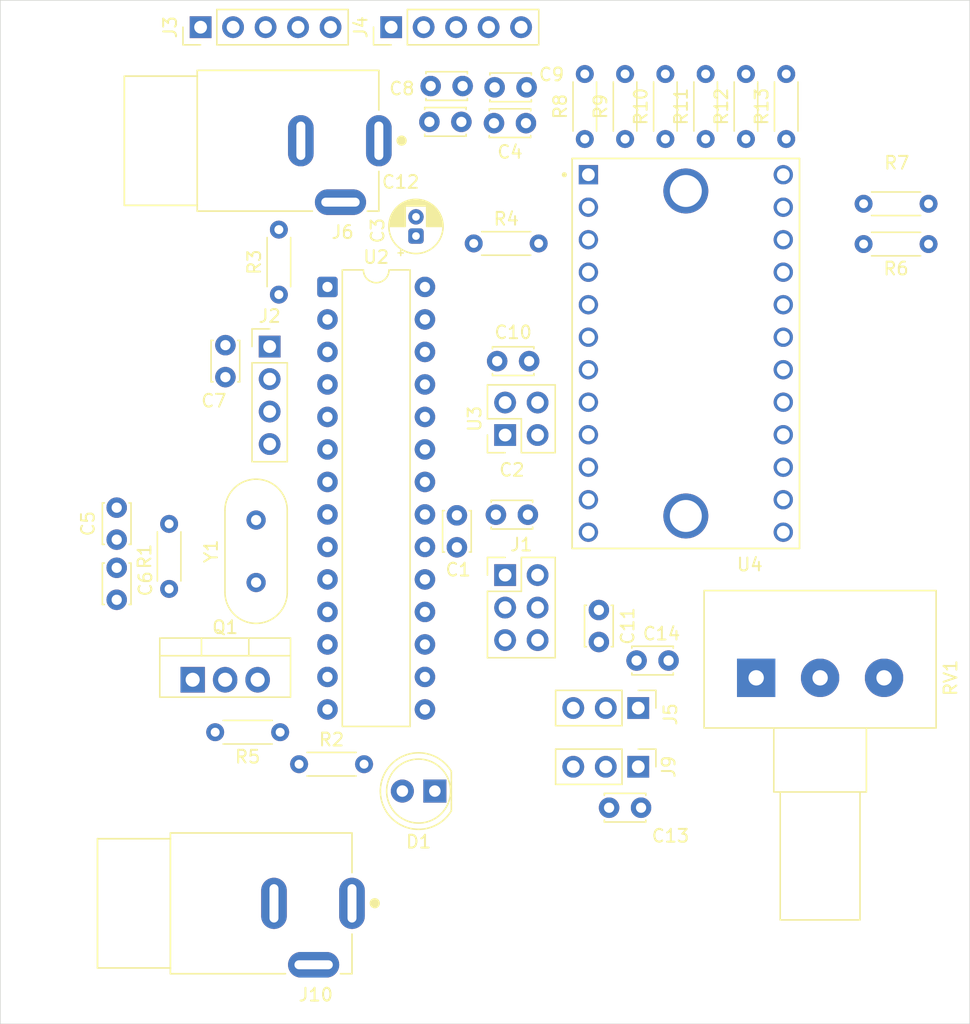
<source format=kicad_pcb>
(kicad_pcb (version 20241229) (generator "pcbnew") (generator_version "9.0")
  (layers (0 "F.Cu" signal) (2 "B.Cu" signal) (13 "F.Paste" user) (15 "B.Paste" user) (5 "F.SilkS" user "F.Silkscreen") (7 "B.SilkS" user "B.Silkscreen") (1 "F.Mask" user) (3 "B.Mask" user) (25 "Edge.Cuts" user))
  (net 0 "")
  (net 1 "ECHO")
  (net 2 "GND")
  (net 3 "Net-(U2-AREF)")
  (net 4 "TRIG")
  (net 5 "SCK")
  (net 7 "SIGNAL1")
  (net 8 "Net-(U2-~{RESET}{slash}PC6)")
  (net 9 "SIGNAL2")
  (net 11 "MOSI")
  (net 13 "Net-(U4-~{RESET})")
  (net 14 "MISO")
  (net 16 "Net-(Q1-D)")
  (net 18 "Net-(U2-XTAL2{slash}PB7)")
  (net 21 "Net-(U2-XTAL1{slash}PB6)")
  (net 23 "SCL")
  (net 24 "SDA")
  (net 26 "SDA1")
  (net 27 "SCL1")
  (net 28 "SDA2")
  (net 29 "SCL2")
  (net 30 "Net-(U2-PC0)")
  (net 31 "Net-(D1-A)")
  (net 32 "Net-(U2-PD6)")
  (net 42 "Net-(Q1-G)")
  (net 43 "SCL3")
  (net 44 "SDA3")
  (net 45 "+5V")
  (footprint "Connector_PinHeader_2.54mm:PinHeader_1x04_P2.54mm_Vertical" (layer "F.Cu") (at 140.66 86.26)
    (property "Reference" "J2" (at 0 -2.38 0) (layer "F.SilkS"))
    (property "Value" "HC-SRO4")
    (pad "1" thru_hole rect (at 0 0) (size 1.7 1.7) (drill 1) (layers "*.Cu" "*.Mask") (net 45 "+5V"))
    (pad "2" thru_hole circle (at 0 2.54) (size 1.7 1.7) (drill 1) (layers "*.Cu" "*.Mask") (net 2 "GND"))
    (pad "3" thru_hole circle (at 0 5.08) (size 1.7 1.7) (drill 1) (layers "*.Cu" "*.Mask") (net 4 "TRIG"))
    (pad "4" thru_hole circle (at 0 7.62) (size 1.7 1.7) (drill 1) (layers "*.Cu" "*.Mask") (net 1 "ECHO"))
  )
  (footprint "Package_DIP:DIP-28_W7.62mm" (layer "F.Cu") (at 145.18 81.6)
    (property "Reference" "U2" (at 3.81 -2.33 0) (layer "F.SilkS"))
    (property "Value" "ATmega328-P")
    (pad "1" thru_hole roundrect (at 0 0) (size 1.6 1.6) (drill 0.8) (layers "*.Cu" "*.Mask") (roundrect_rratio 0.15625) (net 8 "Net-(U2-~{RESET}{slash}PC6)"))
    (pad "2" thru_hole circle (at 0 2.54) (size 1.6 1.6) (drill 0.8) (layers "*.Cu" "*.Mask"))
    (pad "3" thru_hole circle (at 0 5.08) (size 1.6 1.6) (drill 0.8) (layers "*.Cu" "*.Mask"))
    (pad "4" thru_hole circle (at 0 7.62) (size 1.6 1.6) (drill 0.8) (layers "*.Cu" "*.Mask") (net 1 "ECHO"))
    (pad "5" thru_hole circle (at 0 10.16) (size 1.6 1.6) (drill 0.8) (layers "*.Cu" "*.Mask") (net 4 "TRIG"))
    (pad "6" thru_hole circle (at 0 12.7) (size 1.6 1.6) (drill 0.8) (layers "*.Cu" "*.Mask"))
    (pad "7" thru_hole circle (at 0 15.24) (size 1.6 1.6) (drill 0.8) (layers "*.Cu" "*.Mask") (net 45 "+5V"))
    (pad "8" thru_hole circle (at 0 17.78) (size 1.6 1.6) (drill 0.8) (layers "*.Cu" "*.Mask") (net 2 "GND"))
    (pad "9" thru_hole circle (at 0 20.32) (size 1.6 1.6) (drill 0.8) (layers "*.Cu" "*.Mask") (net 21 "Net-(U2-XTAL1{slash}PB6)"))
    (pad "10" thru_hole circle (at 0 22.86) (size 1.6 1.6) (drill 0.8) (layers "*.Cu" "*.Mask") (net 18 "Net-(U2-XTAL2{slash}PB7)"))
    (pad "11" thru_hole circle (at 0 25.4) (size 1.6 1.6) (drill 0.8) (layers "*.Cu" "*.Mask") (net 42 "Net-(Q1-G)"))
    (pad "12" thru_hole circle (at 0 27.94) (size 1.6 1.6) (drill 0.8) (layers "*.Cu" "*.Mask") (net 32 "Net-(U2-PD6)"))
    (pad "13" thru_hole circle (at 0 30.48) (size 1.6 1.6) (drill 0.8) (layers "*.Cu" "*.Mask"))
    (pad "14" thru_hole circle (at 0 33.02) (size 1.6 1.6) (drill 0.8) (layers "*.Cu" "*.Mask"))
    (pad "15" thru_hole circle (at 7.62 33.02) (size 1.6 1.6) (drill 0.8) (layers "*.Cu" "*.Mask") (net 7 "SIGNAL1"))
    (pad "16" thru_hole circle (at 7.62 30.48) (size 1.6 1.6) (drill 0.8) (layers "*.Cu" "*.Mask") (net 9 "SIGNAL2"))
    (pad "17" thru_hole circle (at 7.62 27.94) (size 1.6 1.6) (drill 0.8) (layers "*.Cu" "*.Mask") (net 11 "MOSI"))
    (pad "18" thru_hole circle (at 7.62 25.4) (size 1.6 1.6) (drill 0.8) (layers "*.Cu" "*.Mask") (net 14 "MISO"))
    (pad "19" thru_hole circle (at 7.62 22.86) (size 1.6 1.6) (drill 0.8) (layers "*.Cu" "*.Mask") (net 5 "SCK"))
    (pad "20" thru_hole circle (at 7.62 20.32) (size 1.6 1.6) (drill 0.8) (layers "*.Cu" "*.Mask") (net 45 "+5V"))
    (pad "21" thru_hole circle (at 7.62 17.78) (size 1.6 1.6) (drill 0.8) (layers "*.Cu" "*.Mask") (net 3 "Net-(U2-AREF)"))
    (pad "22" thru_hole circle (at 7.62 15.24) (size 1.6 1.6) (drill 0.8) (layers "*.Cu" "*.Mask") (net 2 "GND"))
    (pad "23" thru_hole circle (at 7.62 12.7) (size 1.6 1.6) (drill 0.8) (layers "*.Cu" "*.Mask") (net 30 "Net-(U2-PC0)"))
    (pad "24" thru_hole circle (at 7.62 10.16) (size 1.6 1.6) (drill 0.8) (layers "*.Cu" "*.Mask"))
    (pad "25" thru_hole circle (at 7.62 7.62) (size 1.6 1.6) (drill 0.8) (layers "*.Cu" "*.Mask"))
    (pad "26" thru_hole circle (at 7.62 5.08) (size 1.6 1.6) (drill 0.8) (layers "*.Cu" "*.Mask"))
    (pad "27" thru_hole circle (at 7.62 2.54) (size 1.6 1.6) (drill 0.8) (layers "*.Cu" "*.Mask") (net 24 "SDA"))
    (pad "28" thru_hole circle (at 7.62 0) (size 1.6 1.6) (drill 0.8) (layers "*.Cu" "*.Mask") (net 23 "SCL"))
  )
  (footprint "Resistor_THT:R_Axial_DIN0204_L3.6mm_D1.6mm_P5.08mm_Horizontal" (layer "F.Cu") (at 192.18 75.1 180)
    (property "Reference" "R7" (at 2.48 3.2 0) (layer "F.SilkS"))
    (property "Value" "1kR")
    (pad "1" thru_hole circle (at 0 0 180) (size 1.4 1.4) (drill 0.7) (layers "*.Cu" "*.Mask") (net 45 "+5V"))
    (pad "2" thru_hole circle (at 5.08 0 180) (size 1.4 1.4) (drill 0.7) (layers "*.Cu" "*.Mask") (net 24 "SDA"))
  )
  (footprint "Resistor_THT:R_Axial_DIN0204_L3.6mm_D1.6mm_P5.08mm_Horizontal" (layer "F.Cu") (at 168.45 70.04 90)
    (property "Reference" "R9" (at 2.54 -1.92 90) (layer "F.SilkS"))
    (property "Value" "1kR")
    (pad "1" thru_hole circle (at 0 0 90) (size 1.4 1.4) (drill 0.7) (layers "*.Cu" "*.Mask") (net 45 "+5V"))
    (pad "2" thru_hole circle (at 5.08 0 90) (size 1.4 1.4) (drill 0.7) (layers "*.Cu" "*.Mask") (net 26 "SDA1"))
  )
  (footprint "Capacitor_THT:C_Disc_D3.0mm_W2.0mm_P2.50mm" (layer "F.Cu") (at 153.15 68.7)
    (property "Reference" "C12" (at -2.25 4.7 0) (layer "F.SilkS"))
    (property "Value" "0.1uF")
    (pad "1" thru_hole circle (at 0 0) (size 1.6 1.6) (drill 0.8) (layers "*.Cu" "*.Mask") (net 45 "+5V"))
    (pad "2" thru_hole circle (at 2.5 0) (size 1.6 1.6) (drill 0.8) (layers "*.Cu" "*.Mask") (net 2 "GND"))
  )
  (footprint "Resistor_THT:R_Axial_DIN0204_L3.6mm_D1.6mm_P5.08mm_Horizontal" (layer "F.Cu") (at 177.9 70.04 90)
    (property "Reference" "R12" (at 2.54 -1.92 90) (layer "F.SilkS"))
    (property "Value" "1kR")
    (pad "1" thru_hole circle (at 0 0 90) (size 1.4 1.4) (drill 0.7) (layers "*.Cu" "*.Mask") (net 45 "+5V"))
    (pad "2" thru_hole circle (at 5.08 0 90) (size 1.4 1.4) (drill 0.7) (layers "*.Cu" "*.Mask") (net 43 "SCL3"))
  )
  (footprint "Capacitor_THT:C_Disc_D3.0mm_W2.0mm_P2.50mm" (layer "F.Cu") (at 128.7 103.55 -90)
    (property "Reference" "C6" (at 1.25 -2.25 90) (layer "F.SilkS"))
    (property "Value" "22pF")
    (pad "1" thru_hole circle (at 0 0 270) (size 1.6 1.6) (drill 0.8) (layers "*.Cu" "*.Mask") (net 18 "Net-(U2-XTAL2{slash}PB7)"))
    (pad "2" thru_hole circle (at 2.5 0 270) (size 1.6 1.6) (drill 0.8) (layers "*.Cu" "*.Mask") (net 2 "GND"))
  )
  (footprint "Capacitor_THT:C_Disc_D3.0mm_W2.0mm_P2.50mm" (layer "F.Cu") (at 167.2 122.3)
    (property "Reference" "C13" (at 4.8 2.2 0) (layer "F.SilkS"))
    (property "Value" "0.1uF")
    (pad "1" thru_hole circle (at 0 0) (size 1.6 1.6) (drill 0.8) (layers "*.Cu" "*.Mask") (net 45 "+5V"))
    (pad "2" thru_hole circle (at 2.5 0) (size 1.6 1.6) (drill 0.8) (layers "*.Cu" "*.Mask") (net 2 "GND"))
  )
  (footprint "Capacitor_THT:C_Disc_D3.0mm_W2.0mm_P2.50mm" (layer "F.Cu") (at 160.75 66 180)
    (property "Reference" "C9" (at -1.95 1 0) (layer "F.SilkS"))
    (property "Value" "0.1uF")
    (pad "1" thru_hole circle (at 0 0 180) (size 1.6 1.6) (drill 0.8) (layers "*.Cu" "*.Mask") (net 45 "+5V"))
    (pad "2" thru_hole circle (at 2.5 0 180) (size 1.6 1.6) (drill 0.8) (layers "*.Cu" "*.Mask") (net 2 "GND"))
  )
  (footprint "Capacitor_THT:C_Disc_D3.0mm_W2.0mm_P2.50mm" (layer "F.Cu") (at 153.25 65.9)
    (property "Reference" "C8" (at -2.25 0.2 0) (layer "F.SilkS"))
    (property "Value" "0.1uF")
    (pad "1" thru_hole circle (at 0 0) (size 1.6 1.6) (drill 0.8) (layers "*.Cu" "*.Mask") (net 45 "+5V"))
    (pad "2" thru_hole circle (at 2.5 0) (size 1.6 1.6) (drill 0.8) (layers "*.Cu" "*.Mask") (net 2 "GND"))
  )
  (footprint "Capacitor_THT:C_Disc_D3.0mm_W2.0mm_P2.50mm" (layer "F.Cu") (at 155.3 99.45 -90)
    (property "Reference" "C1" (at 4.25 -0.1 180) (layer "F.SilkS"))
    (property "Value" "0.1uF")
    (pad "1" thru_hole circle (at 0 0 270) (size 1.6 1.6) (drill 0.8) (layers "*.Cu" "*.Mask") (net 2 "GND"))
    (pad "2" thru_hole circle (at 2.5 0 270) (size 1.6 1.6) (drill 0.8) (layers "*.Cu" "*.Mask") (net 45 "+5V"))
  )
  (footprint "Resistor_THT:R_Axial_DIN0204_L3.6mm_D1.6mm_P5.08mm_Horizontal" (layer "F.Cu") (at 132.8 105.2 90)
    (property "Reference" "R1" (at 2.54 -1.92 90) (layer "F.SilkS"))
    (property "Value" "1M")
    (pad "1" thru_hole circle (at 0 0 90) (size 1.4 1.4) (drill 0.7) (layers "*.Cu" "*.Mask") (net 21 "Net-(U2-XTAL1{slash}PB6)"))
    (pad "2" thru_hole circle (at 5.08 0 90) (size 1.4 1.4) (drill 0.7) (layers "*.Cu" "*.Mask") (net 18 "Net-(U2-XTAL2{slash}PB7)"))
  )
  (footprint "Resistor_THT:R_Axial_DIN0204_L3.6mm_D1.6mm_P5.08mm_Horizontal" (layer "F.Cu") (at 192.18 78.25 180)
    (property "Reference" "R6" (at 2.54 -1.92 0) (layer "F.SilkS"))
    (property "Value" "1kR")
    (pad "1" thru_hole circle (at 0 0 180) (size 1.4 1.4) (drill 0.7) (layers "*.Cu" "*.Mask") (net 45 "+5V"))
    (pad "2" thru_hole circle (at 5.08 0 180) (size 1.4 1.4) (drill 0.7) (layers "*.Cu" "*.Mask") (net 23 "SCL"))
  )
  (footprint "Capacitor_THT:C_Disc_D3.0mm_W2.0mm_P2.50mm" (layer "F.Cu") (at 137.2 86.15 -90)
    (property "Reference" "C7" (at 4.35 0.9 0) (layer "F.SilkS"))
    (property "Value" "0.1uF")
    (pad "1" thru_hole circle (at 0 0 270) (size 1.6 1.6) (drill 0.8) (layers "*.Cu" "*.Mask") (net 45 "+5V"))
    (pad "2" thru_hole circle (at 2.5 0 270) (size 1.6 1.6) (drill 0.8) (layers "*.Cu" "*.Mask") (net 2 "GND"))
  )
  (footprint "Connector_PinHeader_2.54mm:PinHeader_2x03_P2.54mm_Vertical" (layer "F.Cu") (at 159.07 104.12)
    (property "Reference" "J1" (at 1.27 -2.38 0) (layer "F.SilkS"))
    (property "Value" "AVR-ISP-6")
    (pad "1" thru_hole rect (at 0 0) (size 1.7 1.7) (drill 1) (layers "*.Cu" "*.Mask") (net 14 "MISO"))
    (pad "2" thru_hole circle (at 2.54 0) (size 1.7 1.7) (drill 1) (layers "*.Cu" "*.Mask") (net 45 "+5V"))
    (pad "3" thru_hole circle (at 0 2.54) (size 1.7 1.7) (drill 1) (layers "*.Cu" "*.Mask") (net 5 "SCK"))
    (pad "4" thru_hole circle (at 2.54 2.54) (size 1.7 1.7) (drill 1) (layers "*.Cu" "*.Mask") (net 11 "MOSI"))
    (pad "5" thru_hole circle (at 0 5.08) (size 1.7 1.7) (drill 1) (layers "*.Cu" "*.Mask") (net 45 "+5V"))
    (pad "6" thru_hole circle (at 2.54 5.08) (size 1.7 1.7) (drill 1) (layers "*.Cu" "*.Mask") (net 2 "GND"))
  )
  (footprint "Connector_PinHeader_2.54mm:PinHeader_1x03_P2.54mm_Vertical" (layer "F.Cu") (at 169.48 119.1 -90)
    (property "Reference" "J9" (at 0 -2.38 90) (layer "F.SilkS"))
    (property "Value" "SERVO2")
    (pad "1" thru_hole rect (at 0 0 270) (size 1.7 1.7) (drill 1) (layers "*.Cu" "*.Mask") (net 2 "GND"))
    (pad "2" thru_hole circle (at 0 2.54 270) (size 1.7 1.7) (drill 1) (layers "*.Cu" "*.Mask") (net 45 "+5V"))
    (pad "3" thru_hole circle (at 0 5.08 270) (size 1.7 1.7) (drill 1) (layers "*.Cu" "*.Mask") (net 9 "SIGNAL2"))
  )
  (footprint "Capacitor_THT:C_Disc_D3.0mm_W2.0mm_P2.50mm" (layer "F.Cu") (at 128.7 101.35 90)
    (property "Reference" "C5" (at 1.25 -2.25 90) (layer "F.SilkS"))
    (property "Value" "22pF")
    (pad "1" thru_hole circle (at 0 0 90) (size 1.6 1.6) (drill 0.8) (layers "*.Cu" "*.Mask") (net 21 "Net-(U2-XTAL1{slash}PB6)"))
    (pad "2" thru_hole circle (at 2.5 0 90) (size 1.6 1.6) (drill 0.8) (layers "*.Cu" "*.Mask") (net 2 "GND"))
  )
  (footprint "Capacitor_THT:CP_Radial_D4.0mm_P1.50mm" (layer "F.Cu") (at 152.1 77.622599 90)
    (property "Reference" "C3" (at 0.422599 -3 90) (layer "F.SilkS"))
    (property "Value" "100uF")
    (pad "1" thru_hole roundrect (at 0 0 90) (size 1.2 1.2) (drill 0.6) (layers "*.Cu" "*.Mask") (roundrect_rratio 0.208333) (net 45 "+5V"))
    (pad "2" thru_hole circle (at 1.5 0 90) (size 1.2 1.2) (drill 0.6) (layers "*.Cu" "*.Mask") (net 2 "GND"))
  )
  (footprint "Resistor_THT:R_Axial_DIN0204_L3.6mm_D1.6mm_P5.08mm_Horizontal" (layer "F.Cu") (at 174.75 70.04 90)
    (property "Reference" "R11" (at 2.54 -1.92 90) (layer "F.SilkS"))
    (property "Value" "1kR")
    (pad "1" thru_hole circle (at 0 0 90) (size 1.4 1.4) (drill 0.7) (layers "*.Cu" "*.Mask") (net 45 "+5V"))
    (pad "2" thru_hole circle (at 5.08 0 90) (size 1.4 1.4) (drill 0.7) (layers "*.Cu" "*.Mask") (net 28 "SDA2"))
  )
  (footprint "Resistor_THT:R_Axial_DIN0204_L3.6mm_D1.6mm_P5.08mm_Horizontal" (layer "F.Cu") (at 141.48 116.4 180)
    (property "Reference" "R5" (at 2.54 -1.92 0) (layer "F.SilkS"))
    (property "Value" "10kR")
    (pad "1" thru_hole circle (at 0 0 180) (size 1.4 1.4) (drill 0.7) (layers "*.Cu" "*.Mask") (net 2 "GND"))
    (pad "2" thru_hole circle (at 5.08 0 180) (size 1.4 1.4) (drill 0.7) (layers "*.Cu" "*.Mask") (net 42 "Net-(Q1-G)"))
  )
  (footprint "PJ-067B:CUI_PJ-067B" (layer "F.Cu") (at 142.0975 70.175 180)
    (property "Reference" "J6" (at -4.26993 -7.14425 0) (layer "F.SilkS") (effects (font (size 1.000457 1.000457))))
    (property "Value" "Barrel_Jack_Switch")
    (pad "1" thru_hole oval (at -7.1 0 180) (size 2 4) (drill oval 0.7 3) (layers "*.Cu" "*.Mask") (net 45 "+5V"))
    (pad "2" thru_hole oval (at -1 0 180) (size 2 4) (drill oval 0.7 3) (layers "*.Cu" "*.Mask") (net 2 "GND"))
    (pad "3" thru_hole oval (at -4.1 -4.8 180) (size 4 2) (drill oval 3 0.7) (layers "*.Cu" "*.Mask"))
  )
  (footprint "Capacitor_THT:C_Disc_D3.0mm_W2.0mm_P2.50mm" (layer "F.Cu") (at 169.35 110.8)
    (property "Reference" "C14" (at 1.95 -2.1 0) (layer "F.SilkS"))
    (property "Value" "0.1uF")
    (pad "1" thru_hole circle (at 0 0) (size 1.6 1.6) (drill 0.8) (layers "*.Cu" "*.Mask") (net 45 "+5V"))
    (pad "2" thru_hole circle (at 2.5 0) (size 1.6 1.6) (drill 0.8) (layers "*.Cu" "*.Mask") (net 2 "GND"))
  )
  (footprint "Resistor_THT:R_Axial_DIN0204_L3.6mm_D1.6mm_P5.08mm_Horizontal" (layer "F.Cu") (at 171.6 70.04 90)
    (property "Reference" "R10" (at 2.54 -1.92 90) (layer "F.SilkS"))
    (property "Value" "1kR")
    (pad "1" thru_hole circle (at 0 0 90) (size 1.4 1.4) (drill 0.7) (layers "*.Cu" "*.Mask") (net 45 "+5V"))
    (pad "2" thru_hole circle (at 5.08 0 90) (size 1.4 1.4) (drill 0.7) (layers "*.Cu" "*.Mask") (net 29 "SCL2"))
  )
  (footprint "PJ-067B:CUI_PJ-067B" (layer "F.Cu") (at 139.9975 129.775 180)
    (property "Reference" "J10" (at -4.26993 -7.14425 0) (layer "F.SilkS") (effects (font (size 1.000457 1.000457))))
    (property "Value" "Barrel_Jack_Switch")
    (pad "1" thru_hole oval (at -7.1 0 180) (size 2 4) (drill oval 0.7 3) (layers "*.Cu" "*.Mask") (net 45 "+5V"))
    (pad "2" thru_hole oval (at -1 0 180) (size 2 4) (drill oval 0.7 3) (layers "*.Cu" "*.Mask") (net 2 "GND"))
    (pad "3" thru_hole oval (at -4.1 -4.8 180) (size 4 2) (drill oval 3 0.7) (layers "*.Cu" "*.Mask"))
  )
  (footprint "Resistor_THT:R_Axial_DIN0204_L3.6mm_D1.6mm_P5.08mm_Horizontal" (layer "F.Cu") (at 142.96 118.9)
    (property "Reference" "R2" (at 2.54 -1.92 0) (layer "F.SilkS"))
    (property "Value" "220R")
    (pad "1" thru_hole circle (at 0 0) (size 1.4 1.4) (drill 0.7) (layers "*.Cu" "*.Mask") (net 32 "Net-(U2-PD6)"))
    (pad "2" thru_hole circle (at 5.08 0) (size 1.4 1.4) (drill 0.7) (layers "*.Cu" "*.Mask") (net 31 "Net-(D1-A)"))
  )
  (footprint "Package_TO_SOT_THT:TO-220-3_Vertical" (layer "F.Cu") (at 134.64 112.3)
    (property "Reference" "Q1" (at 2.54 -4.1 0) (layer "F.SilkS"))
    (property "Value" "IRLZ24")
    (pad "1" thru_hole rect (at 0 0) (size 1.905 2) (drill 1.1) (layers "*.Cu" "*.Mask") (net 42 "Net-(Q1-G)"))
    (pad "2" thru_hole oval (at 2.54 0) (size 1.905 2) (drill 1.1) (layers "*.Cu" "*.Mask") (net 16 "Net-(Q1-D)"))
    (pad "3" thru_hole oval (at 5.08 0) (size 1.905 2) (drill 1.1) (layers "*.Cu" "*.Mask") (net 2 "GND"))
  )
  (footprint "Capacitor_THT:C_Disc_D3.0mm_W2.0mm_P2.50mm" (layer "F.Cu") (at 160.85 99.4 180)
    (property "Reference" "C2" (at 1.25 3.5 0) (layer "F.SilkS"))
    (property "Value" "0.1uF")
    (pad "1" thru_hole circle (at 0 0 180) (size 1.6 1.6) (drill 0.8) (layers "*.Cu" "*.Mask") (net 2 "GND"))
    (pad "2" thru_hole circle (at 2.5 0 180) (size 1.6 1.6) (drill 0.8) (layers "*.Cu" "*.Mask") (net 3 "Net-(U2-AREF)"))
  )
  (footprint "Resistor_THT:R_Axial_DIN0204_L3.6mm_D1.6mm_P5.08mm_Horizontal" (layer "F.Cu") (at 181.05 70.04 90)
    (property "Reference" "R13" (at 2.54 -1.92 90) (layer "F.SilkS"))
    (property "Value" "1kR")
    (pad "1" thru_hole circle (at 0 0 90) (size 1.4 1.4) (drill 0.7) (layers "*.Cu" "*.Mask") (net 45 "+5V"))
    (pad "2" thru_hole circle (at 5.08 0 90) (size 1.4 1.4) (drill 0.7) (layers "*.Cu" "*.Mask") (net 44 "SDA3"))
  )
  (footprint "Potentiometer_THT:Potentiometer_Alps_RK163_Single_Horizontal" (layer "F.Cu") (at 178.7 112.15 90)
    (property "Reference" "RV1" (at 0 15.2 90) (layer "F.SilkS"))
    (property "Value" "R_Potentiometer")
    (pad "1" thru_hole rect (at 0 0 270) (size 3 3) (drill 1.2) (layers "*.Cu" "*.Mask") (net 45 "+5V"))
    (pad "2" thru_hole circle (at 0 5 270) (size 3 3) (drill 1.2) (layers "*.Cu" "*.Mask") (net 30 "Net-(U2-PC0)"))
    (pad "3" thru_hole circle (at 0 10 270) (size 3 3) (drill 1.2) (layers "*.Cu" "*.Mask") (net 2 "GND"))
  )
  (footprint "LED_THT:LED_D5.0mm" (layer "F.Cu") (at 153.575 121 180)
    (property "Reference" "D1" (at 1.27 -3.96 0) (layer "F.SilkS"))
    (property "Value" "LED")
    (pad "1" thru_hole rect (at 0 0 180) (size 1.8 1.8) (drill 0.9) (layers "*.Cu" "*.Mask") (net 2 "GND"))
    (pad "2" thru_hole circle (at 2.54 0 180) (size 1.8 1.8) (drill 0.9) (layers "*.Cu" "*.Mask") (net 31 "Net-(D1-A)"))
  )
  (footprint "Crystal:Crystal_HC49-4H_Vertical" (layer "F.Cu") (at 139.6 104.7 90)
    (property "Reference" "Y1" (at 2.44 -3.52 90) (layer "F.SilkS"))
    (property "Value" "16Mhz")
    (pad "1" thru_hole circle (at 0 0 90) (size 1.5 1.5) (drill 0.8) (layers "*.Cu" "*.Mask") (net 18 "Net-(U2-XTAL2{slash}PB7)"))
    (pad "2" thru_hole circle (at 4.88 0 90) (size 1.5 1.5) (drill 0.8) (layers "*.Cu" "*.Mask") (net 21 "Net-(U2-XTAL1{slash}PB6)"))
  )
  (footprint "TCA9548A:MODULE_2717" (layer "F.Cu") (at 173.2 86.8)
    (property "Reference" "U4" (at 5 16.5 0) (layer "F.SilkS"))
    (property "Value" "TCA9548APWR")
    (pad "1" thru_hole rect (at -7.62 -13.97) (size 1.508 1.508) (drill 1) (layers "*.Cu" "*.Mask") (net 2 "GND"))
    (pad "2" thru_hole circle (at -7.62 -11.43) (size 1.508 1.508) (drill 1) (layers "*.Cu" "*.Mask") (net 2 "GND"))
    (pad "3" thru_hole circle (at -7.62 -8.89) (size 1.508 1.508) (drill 1) (layers "*.Cu" "*.Mask") (net 13 "Net-(U4-~{RESET})"))
    (pad "4" thru_hole circle (at -7.62 -6.35) (size 1.508 1.508) (drill 1) (layers "*.Cu" "*.Mask") (net 26 "SDA1"))
    (pad "5" thru_hole circle (at -7.62 -3.81) (size 1.508 1.508) (drill 1) (layers "*.Cu" "*.Mask") (net 27 "SCL1"))
    (pad "6" thru_hole circle (at -7.62 -1.27) (size 1.508 1.508) (drill 1) (layers "*.Cu" "*.Mask") (net 28 "SDA2"))
    (pad "7" thru_hole circle (at -7.62 1.27) (size 1.508 1.508) (drill 1) (layers "*.Cu" "*.Mask") (net 29 "SCL2"))
    (pad "8" thru_hole circle (at -7.62 3.81) (size 1.508 1.508) (drill 1) (layers "*.Cu" "*.Mask") (net 44 "SDA3"))
    (pad "9" thru_hole circle (at -7.62 6.35) (size 1.508 1.508) (drill 1) (layers "*.Cu" "*.Mask") (net 43 "SCL3"))
    (pad "10" thru_hole circle (at -7.62 8.89) (size 1.508 1.508) (drill 1) (layers "*.Cu" "*.Mask"))
    (pad "11" thru_hole circle (at -7.62 11.43) (size 1.508 1.508) (drill 1) (layers "*.Cu" "*.Mask"))
    (pad "12" thru_hole circle (at -7.62 13.97) (size 1.508 1.508) (drill 1) (layers "*.Cu" "*.Mask") (net 2 "GND"))
    (pad "13" thru_hole circle (at 7.62 13.97) (size 1.508 1.508) (drill 1) (layers "*.Cu" "*.Mask"))
    (pad "14" thru_hole circle (at 7.62 11.43) (size 1.508 1.508) (drill 1) (layers "*.Cu" "*.Mask"))
    (pad "15" thru_hole circle (at 7.62 8.89) (size 1.508 1.508) (drill 1) (layers "*.Cu" "*.Mask"))
    (pad "16" thru_hole circle (at 7.62 6.35) (size 1.508 1.508) (drill 1) (layers "*.Cu" "*.Mask"))
    (pad "17" thru_hole circle (at 7.62 3.81) (size 1.508 1.508) (drill 1) (layers "*.Cu" "*.Mask"))
    (pad "18" thru_hole circle (at 7.62 1.27) (size 1.508 1.508) (drill 1) (layers "*.Cu" "*.Mask"))
    (pad "19" thru_hole circle (at 7.62 -1.27) (size 1.508 1.508) (drill 1) (layers "*.Cu" "*.Mask"))
    (pad "20" thru_hole circle (at 7.62 -3.81) (size 1.508 1.508) (drill 1) (layers "*.Cu" "*.Mask"))
    (pad "21" thru_hole circle (at 7.62 -6.35) (size 1.508 1.508) (drill 1) (layers "*.Cu" "*.Mask") (net 2 "GND"))
    (pad "22" thru_hole circle (at 7.62 -8.89) (size 1.508 1.508) (drill 1) (layers "*.Cu" "*.Mask") (net 23 "SCL"))
    (pad "23" thru_hole circle (at 7.62 -11.43) (size 1.508 1.508) (drill 1) (layers "*.Cu" "*.Mask") (net 24 "SDA"))
    (pad "24" thru_hole circle (at 7.62 -13.97) (size 1.508 1.508) (drill 1) (layers "*.Cu" "*.Mask") (net 45 "+5V"))
    (pad "P1" thru_hole circle (at 0 -12.7) (size 3.516 3.516) (drill 2.5) (layers "*.Cu" "*.Mask"))
    (pad "P2" thru_hole circle (at 0 12.7) (size 3.516 3.516) (drill 2.5) (layers "*.Cu" "*.Mask"))
  )
  (footprint "Resistor_THT:R_Axial_DIN0204_L3.6mm_D1.6mm_P5.08mm_Horizontal" (layer "F.Cu") (at 165.3 70.04 90)
    (property "Reference" "R8" (at 2.54 -1.92 90) (layer "F.SilkS"))
    (property "Value" "1kR")
    (pad "1" thru_hole circle (at 0 0 90) (size 1.4 1.4) (drill 0.7) (layers "*.Cu" "*.Mask") (net 45 "+5V"))
    (pad "2" thru_hole circle (at 5.08 0 90) (size 1.4 1.4) (drill 0.7) (layers "*.Cu" "*.Mask") (net 27 "SCL1"))
  )
  (footprint "Resistor_THT:R_Axial_DIN0204_L3.6mm_D1.6mm_P5.08mm_Horizontal" (layer "F.Cu") (at 141.38 82.2 90)
    (property "Reference" "R3" (at 2.54 -1.92 90) (layer "F.SilkS"))
    (property "Value" "10kR")
    (pad "1" thru_hole circle (at 0 0 90) (size 1.4 1.4) (drill 0.7) (layers "*.Cu" "*.Mask") (net 8 "Net-(U2-~{RESET}{slash}PC6)"))
    (pad "2" thru_hole circle (at 5.08 0 90) (size 1.4 1.4) (drill 0.7) (layers "*.Cu" "*.Mask") (net 45 "+5V"))
  )
  (footprint "Capacitor_THT:C_Disc_D3.0mm_W2.0mm_P2.50mm" (layer "F.Cu") (at 158.45 87.4)
    (property "Reference" "C10" (at 1.25 -2.25 0) (layer "F.SilkS"))
    (property "Value" "0.1uF")
    (pad "1" thru_hole circle (at 0 0) (size 1.6 1.6) (drill 0.8) (layers "*.Cu" "*.Mask") (net 45 "+5V"))
    (pad "2" thru_hole circle (at 2.5 0) (size 1.6 1.6) (drill 0.8) (layers "*.Cu" "*.Mask") (net 2 "GND"))
  )
  (footprint "Connector_PinHeader_2.54mm:PinHeader_1x05_P2.54mm_Vertical" (layer "F.Cu") (at 150.16 61.3 90)
    (property "Reference" "J4" (at 0 -2.38 90) (layer "F.SilkS"))
    (property "Value" "BH1750FVI")
    (pad "1" thru_hole rect (at 0 0 90) (size 1.7 1.7) (drill 1) (layers "*.Cu" "*.Mask") (net 45 "+5V"))
    (pad "2" thru_hole circle (at 0 2.54 90) (size 1.7 1.7) (drill 1) (layers "*.Cu" "*.Mask") (net 2 "GND"))
    (pad "3" thru_hole circle (at 0 5.08 90) (size 1.7 1.7) (drill 1) (layers "*.Cu" "*.Mask") (net 28 "SDA2"))
    (pad "4" thru_hole circle (at 0 7.62 90) (size 1.7 1.7) (drill 1) (layers "*.Cu" "*.Mask") (net 29 "SCL2"))
    (pad "5" thru_hole circle (at 0 10.16 90) (size 1.7 1.7) (drill 1) (layers "*.Cu" "*.Mask") (net 2 "GND"))
  )
  (footprint "Connector_PinHeader_2.54mm:PinHeader_2x02_P2.54mm_Vertical" (layer "F.Cu") (at 159.07 93.175 90)
    (property "Reference" "U3" (at 1.27 -2.38 90) (layer "F.SilkS"))
    (property "Value" "I2C_4PIN")
    (pad "1" thru_hole rect (at 0 0 90) (size 1.7 1.7) (drill 1) (layers "*.Cu" "*.Mask") (net 45 "+5V"))
    (pad "2" thru_hole circle (at 2.54 0 90) (size 1.7 1.7) (drill 1) (layers "*.Cu" "*.Mask") (net 2 "GND"))
    (pad "3" thru_hole circle (at 0 2.54 90) (size 1.7 1.7) (drill 1) (layers "*.Cu" "*.Mask") (net 44 "SDA3"))
    (pad "4" thru_hole circle (at 2.54 2.54 90) (size 1.7 1.7) (drill 1) (layers "*.Cu" "*.Mask") (net 43 "SCL3"))
  )
  (footprint "Connector_PinHeader_2.54mm:PinHeader_1x03_P2.54mm_Vertical" (layer "F.Cu") (at 169.48 114.51 -90)
    (property "Reference" "J5" (at 0.49 -2.52 90) (layer "F.SilkS"))
    (property "Value" "SERVO1")
    (pad "1" thru_hole rect (at 0 0 270) (size 1.7 1.7) (drill 1) (layers "*.Cu" "*.Mask") (net 2 "GND"))
    (pad "2" thru_hole circle (at 0 2.54 270) (size 1.7 1.7) (drill 1) (layers "*.Cu" "*.Mask") (net 45 "+5V"))
    (pad "3" thru_hole circle (at 0 5.08 270) (size 1.7 1.7) (drill 1) (layers "*.Cu" "*.Mask") (net 7 "SIGNAL1"))
  )
  (footprint "Resistor_THT:R_Axial_DIN0204_L3.6mm_D1.6mm_P5.08mm_Horizontal" (layer "F.Cu") (at 156.615 78.2)
    (property "Reference" "R4" (at 2.54 -1.92 0) (layer "F.SilkS"))
    (property "Value" "10kR")
    (pad "1" thru_hole circle (at 0 0) (size 1.4 1.4) (drill 0.7) (layers "*.Cu" "*.Mask") (net 45 "+5V"))
    (pad "2" thru_hole circle (at 5.08 0) (size 1.4 1.4) (drill 0.7) (layers "*.Cu" "*.Mask") (net 13 "Net-(U4-~{RESET})"))
  )
  (footprint "Connector_PinHeader_2.54mm:PinHeader_1x05_P2.54mm_Vertical" (layer "F.Cu") (at 135.26 61.3 90)
    (property "Reference" "J3" (at 0 -2.38 90) (layer "F.SilkS"))
    (property "Value" "BH1750FVI")
    (pad "1" thru_hole rect (at 0 0 90) (size 1.7 1.7) (drill 1) (layers "*.Cu" "*.Mask") (net 45 "+5V"))
    (pad "2" thru_hole circle (at 0 2.54 90) (size 1.7 1.7) (drill 1) (layers "*.Cu" "*.Mask") (net 2 "GND"))
    (pad "3" thru_hole circle (at 0 5.08 90) (size 1.7 1.7) (drill 1) (layers "*.Cu" "*.Mask") (net 26 "SDA1"))
    (pad "4" thru_hole circle (at 0 7.62 90) (size 1.7 1.7) (drill 1) (layers "*.Cu" "*.Mask") (net 27 "SCL1"))
    (pad "5" thru_hole circle (at 0 10.16 90) (size 1.7 1.7) (drill 1) (layers "*.Cu" "*.Mask") (net 2 "GND"))
  )
  (footprint "Capacitor_THT:C_Disc_D3.0mm_W2.0mm_P2.50mm" (layer "F.Cu") (at 166.4 106.85 -90)
    (property "Reference" "C11" (at 1.25 -2.25 90) (layer "F.SilkS"))
    (property "Value" "0.1uF")
    (pad "1" thru_hole circle (at 0 0 270) (size 1.6 1.6) (drill 0.8) (layers "*.Cu" "*.Mask") (net 45 "+5V"))
    (pad "2" thru_hole circle (at 2.5 0 270) (size 1.6 1.6) (drill 0.8) (layers "*.Cu" "*.Mask") (net 2 "GND"))
  )
  (footprint "Capacitor_THT:C_Disc_D3.0mm_W2.0mm_P2.50mm" (layer "F.Cu") (at 160.7 68.8 180)
    (property "Reference" "C4" (at 1.25 -2.25 180) (layer "F.SilkS"))
    (property "Value" "0.1uF")
    (pad "1" thru_hole circle (at 0 0 180) (size 1.6 1.6) (drill 0.8) (layers "*.Cu" "*.Mask") (net 45 "+5V"))
    (pad "2" thru_hole circle (at 2.5 0 180) (size 1.6 1.6) (drill 0.8) (layers "*.Cu" "*.Mask") (net 2 "GND"))
  )
  (gr_rect (start 119.6 59.2) (end 195.4 139.2) (stroke (width 0.05)) (fill no) (layer "Edge.Cuts"))
)
</source>
